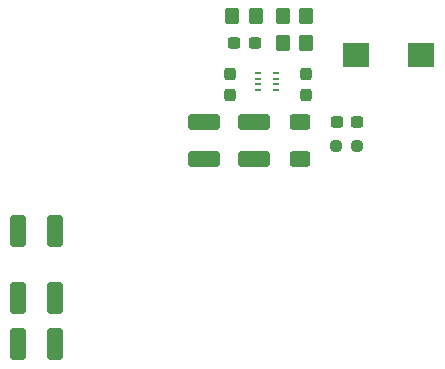
<source format=gbr>
%TF.GenerationSoftware,KiCad,Pcbnew,7.0.2-0*%
%TF.CreationDate,2023-05-05T21:51:11-04:00*%
%TF.ProjectId,Pi_HAT_V4,50695f48-4154-45f5-9634-2e6b69636164,rev?*%
%TF.SameCoordinates,Original*%
%TF.FileFunction,Paste,Bot*%
%TF.FilePolarity,Positive*%
%FSLAX46Y46*%
G04 Gerber Fmt 4.6, Leading zero omitted, Abs format (unit mm)*
G04 Created by KiCad (PCBNEW 7.0.2-0) date 2023-05-05 21:51:11*
%MOMM*%
%LPD*%
G01*
G04 APERTURE LIST*
G04 Aperture macros list*
%AMRoundRect*
0 Rectangle with rounded corners*
0 $1 Rounding radius*
0 $2 $3 $4 $5 $6 $7 $8 $9 X,Y pos of 4 corners*
0 Add a 4 corners polygon primitive as box body*
4,1,4,$2,$3,$4,$5,$6,$7,$8,$9,$2,$3,0*
0 Add four circle primitives for the rounded corners*
1,1,$1+$1,$2,$3*
1,1,$1+$1,$4,$5*
1,1,$1+$1,$6,$7*
1,1,$1+$1,$8,$9*
0 Add four rect primitives between the rounded corners*
20,1,$1+$1,$2,$3,$4,$5,0*
20,1,$1+$1,$4,$5,$6,$7,0*
20,1,$1+$1,$6,$7,$8,$9,0*
20,1,$1+$1,$8,$9,$2,$3,0*%
G04 Aperture macros list end*
%ADD10RoundRect,0.250000X0.412500X1.100000X-0.412500X1.100000X-0.412500X-1.100000X0.412500X-1.100000X0*%
%ADD11RoundRect,0.237500X-0.300000X-0.237500X0.300000X-0.237500X0.300000X0.237500X-0.300000X0.237500X0*%
%ADD12RoundRect,0.237500X-0.237500X0.300000X-0.237500X-0.300000X0.237500X-0.300000X0.237500X0.300000X0*%
%ADD13RoundRect,0.250000X1.100000X-0.412500X1.100000X0.412500X-1.100000X0.412500X-1.100000X-0.412500X0*%
%ADD14RoundRect,0.250000X0.625000X-0.400000X0.625000X0.400000X-0.625000X0.400000X-0.625000X-0.400000X0*%
%ADD15RoundRect,0.237500X0.300000X0.237500X-0.300000X0.237500X-0.300000X-0.237500X0.300000X-0.237500X0*%
%ADD16RoundRect,0.250000X0.350000X0.450000X-0.350000X0.450000X-0.350000X-0.450000X0.350000X-0.450000X0*%
%ADD17R,2.260600X2.108200*%
%ADD18RoundRect,0.250000X-0.350000X-0.450000X0.350000X-0.450000X0.350000X0.450000X-0.350000X0.450000X0*%
%ADD19R,0.609600X0.279400*%
%ADD20RoundRect,0.237500X-0.250000X-0.237500X0.250000X-0.237500X0.250000X0.237500X-0.250000X0.237500X0*%
%ADD21RoundRect,0.250000X-0.412500X-1.100000X0.412500X-1.100000X0.412500X1.100000X-0.412500X1.100000X0*%
G04 APERTURE END LIST*
D10*
%TO.C,C7*%
X115062500Y-102750000D03*
X111937500Y-102750000D03*
%TD*%
D11*
%TO.C,C9*%
X130212500Y-77275000D03*
X131937500Y-77275000D03*
%TD*%
D12*
%TO.C,C3*%
X136250000Y-79887500D03*
X136250000Y-81612500D03*
%TD*%
D10*
%TO.C,C6*%
X115062500Y-98850000D03*
X111937500Y-98850000D03*
%TD*%
D13*
%TO.C,C1*%
X131900000Y-87037500D03*
X131900000Y-83912500D03*
%TD*%
%TO.C,C2*%
X127650000Y-87037500D03*
X127650000Y-83912500D03*
%TD*%
D14*
%TO.C,R2*%
X135750000Y-87050000D03*
X135750000Y-83950000D03*
%TD*%
D15*
%TO.C,C4*%
X140612500Y-83975000D03*
X138887500Y-83975000D03*
%TD*%
D16*
%TO.C,R5*%
X136300000Y-77275000D03*
X134300000Y-77275000D03*
%TD*%
D17*
%TO.C,L1*%
X146018600Y-78250000D03*
X140481400Y-78250000D03*
%TD*%
D18*
%TO.C,R14*%
X130050000Y-75000000D03*
X132050000Y-75000000D03*
%TD*%
D19*
%TO.C,U1*%
X133749300Y-79749999D03*
X133749300Y-80250000D03*
X133749300Y-80750000D03*
X133749300Y-81250001D03*
X132250700Y-81250001D03*
X132250700Y-80750000D03*
X132250700Y-80250000D03*
X132250700Y-79749999D03*
%TD*%
D12*
%TO.C,C8*%
X129875000Y-79887500D03*
X129875000Y-81612500D03*
%TD*%
D20*
%TO.C,R4*%
X138812500Y-86000000D03*
X140637500Y-86000000D03*
%TD*%
D21*
%TO.C,C5*%
X111937500Y-93200000D03*
X115062500Y-93200000D03*
%TD*%
D16*
%TO.C,R3*%
X136325000Y-75000000D03*
X134325000Y-75000000D03*
%TD*%
M02*

</source>
